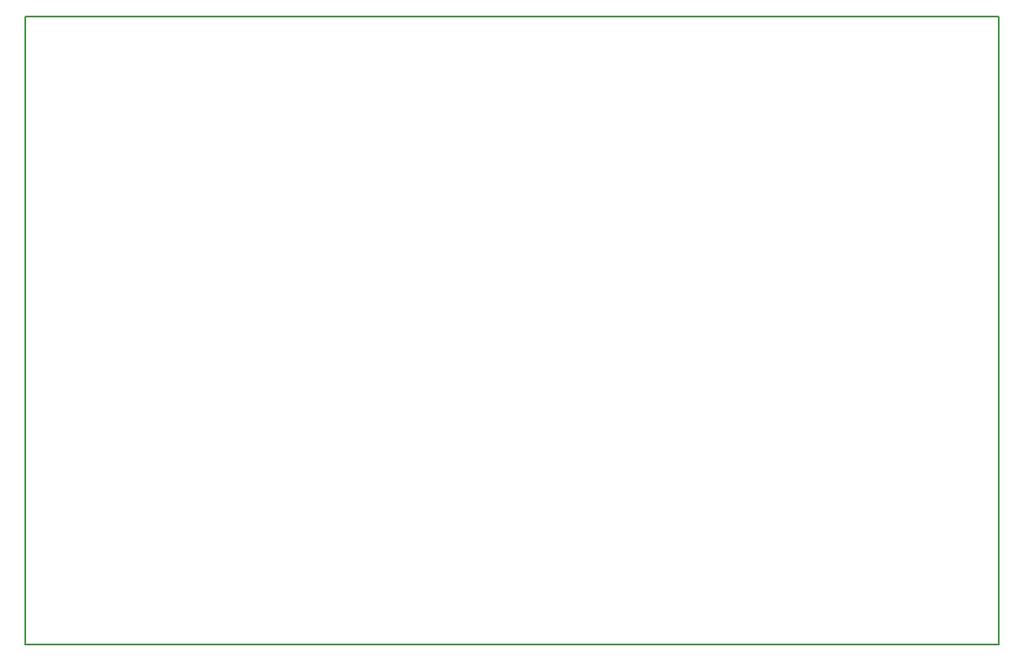
<source format=gm1>
G04 MADE WITH FRITZING*
G04 WWW.FRITZING.ORG*
G04 DOUBLE SIDED*
G04 HOLES PLATED*
G04 CONTOUR ON CENTER OF CONTOUR VECTOR*
%ASAXBY*%
%FSLAX23Y23*%
%MOIN*%
%OFA0B0*%
%SFA1.0B1.0*%
%ADD10R,3.735230X2.413360*%
%ADD11C,0.008000*%
%ADD10C,0.008*%
%LNCONTOUR*%
G90*
G70*
G54D10*
G54D11*
X4Y2409D02*
X3731Y2409D01*
X3731Y4D01*
X4Y4D01*
X4Y2409D01*
D02*
G04 End of contour*
M02*
</source>
